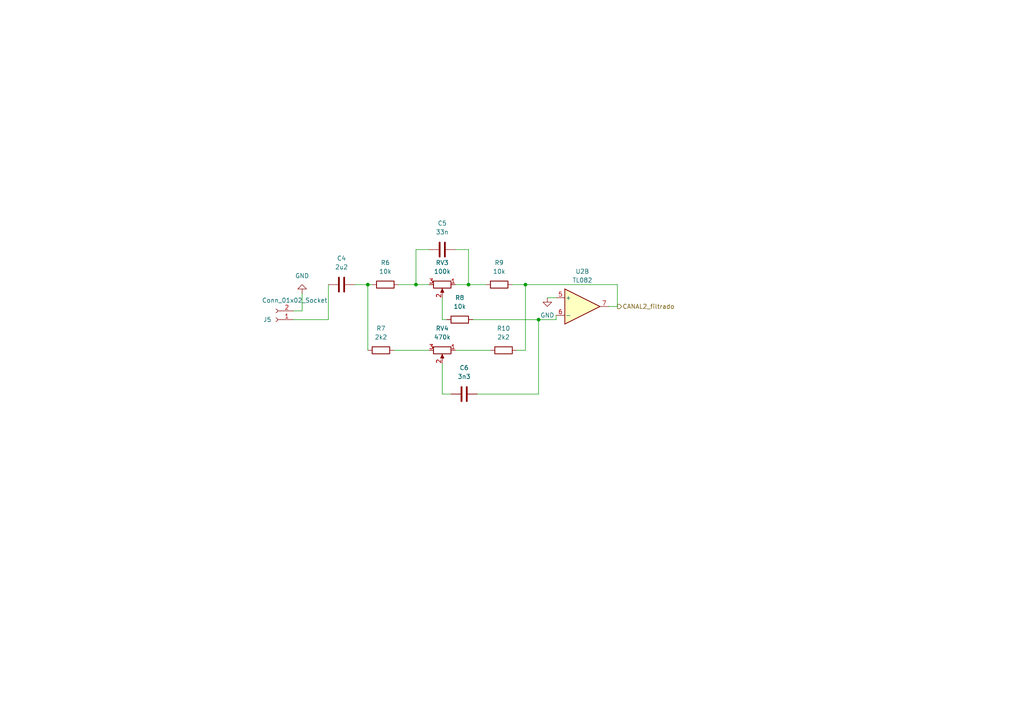
<source format=kicad_sch>
(kicad_sch (version 20231120) (generator "eeschema") (generator_version "8.0")
  (paper "A4")
  (lib_symbols
    (symbol "c:C" (pin_numbers hide) (pin_names (offset 0.254))
      (property "Reference" "C" (at 0.635 2.54 0))
      (property "Value" "C" (at 0.635 -2.54 0))
      (symbol "C_0_1"
        (polyline (pts (xy -2.032 -0.762) (xy 2.032 -0.762)) (stroke (width 0.508)))
        (polyline (pts (xy -2.032 0.762) (xy 2.032 0.762)) (stroke (width 0.508)))
      )
      (symbol "C_1_1"
        (pin passive line (at 0 3.81 270) (length 2.794) (name "~") (number "1"))
        (pin passive line (at 0 -3.81 90) (length 2.794) (name "~") (number "2"))
      )
    )
    (symbol "conn_01x02_socket:Conn_01x02_Socket" (pin_names (offset 1.016) hide)
      (property "Reference" "J" (at 0 2.54 0))
      (property "Value" "Conn_01x02_Socket" (at 0 -5.08 0))
      (symbol "Conn_01x02_Socket_1_1"
        (arc (start 0 -2.032) (mid -0.5058 -2.54) (end 0 -3.048) (stroke (width 0.1524)))
        (polyline (pts (xy -1.27 -2.54) (xy -0.508 -2.54)) (stroke (width 0.1524)))
        (polyline (pts (xy -1.27 0) (xy -0.508 0)) (stroke (width 0.1524)))
        (arc (start 0 0.508) (mid -0.5058 0) (end 0 -0.508) (stroke (width 0.1524)))
        (pin passive line (at -5.08 0 0) (length 3.81) (name "Pin_1") (number "1"))
        (pin passive line (at -5.08 -2.54 0) (length 3.81) (name "Pin_2") (number "2"))
      )
    )
    (symbol "power:GND" (power) (pin_numbers hide) (pin_names (offset 0) hide)
      (property "Value" "GND" (at 0 -3.81 0))
      (symbol "GND_0_1"
        (polyline (pts (xy 0 0) (xy 0 -1.27) (xy 1.27 -1.27) (xy 0 -2.54) (xy -1.27 -1.27) (xy 0 -1.27)))
      )
      (symbol "GND_1_1"
        (pin power_in line (at 0 0 270) (length 0) (name "~") (number "1"))
      )
    )
    (symbol "r:R" (pin_numbers hide) (pin_names (offset 0))
      (property "Reference" "R" (at 2.032 0 90))
      (property "Value" "R" (at 0 0 90))
      (symbol "R_0_1"
        (rectangle (start -1.016 -2.54) (end 1.016 2.54) (stroke (width 0.254)))
      )
      (symbol "R_1_1"
        (pin passive line (at 0 3.81 270) (length 1.27) (name "~") (number "1"))
        (pin passive line (at 0 -3.81 90) (length 1.27) (name "~") (number "2"))
      )
    )
    (symbol "r_potentiometer:R_Potentiometer" (pin_names (offset 1.016) hide)
      (property "Reference" "RV" (at -4.445 0 90))
      (property "Value" "R_Potentiometer" (at -2.54 0 90))
      (symbol "R_Potentiometer_0_1"
        (polyline (pts (xy 2.54 0) (xy 1.524 0)))
        (polyline (pts (xy 1.143 0) (xy 2.286 0.508) (xy 2.286 -0.508) (xy 1.143 0)) (fill (type outline)))
        (rectangle (start 1.016 2.54) (end -1.016 -2.54) (stroke (width 0.254)))
      )
      (symbol "R_Potentiometer_1_1"
        (pin passive line (at 0 3.81 270) (length 1.27) (name "1") (number "1"))
        (pin passive line (at 3.81 0 180) (length 1.27) (name "2") (number "2"))
        (pin passive line (at 0 -3.81 90) (length 1.27) (name "3") (number "3"))
      )
    )
    (symbol "tl082:TL082" (pin_names (offset 0.127))
      (property "Reference" "U" (at 0 5.08 0))
      (property "Value" "TL082" (at 0 -5.08 0))
      (symbol "TL082_1_1"
        (polyline (pts (xy -5.08 5.08) (xy 5.08 0) (xy -5.08 -5.08) (xy -5.08 5.08)) (stroke (width 0.254)) (fill (type background)))
        (pin output line (at 7.62 0 180) (length 2.54) (name "~") (number "1"))
        (pin input line (at -7.62 -2.54 0) (length 2.54) (name "-") (number "2"))
        (pin input line (at -7.62 2.54 0) (length 2.54) (name "+") (number "3"))
      )
      (symbol "TL082_2_1"
        (polyline (pts (xy -5.08 5.08) (xy 5.08 0) (xy -5.08 -5.08) (xy -5.08 5.08)) (stroke (width 0.254)) (fill (type background)))
        (pin input line (at -7.62 2.54 0) (length 2.54) (name "+") (number "5"))
        (pin input line (at -7.62 -2.54 0) (length 2.54) (name "-") (number "6"))
        (pin output line (at 7.62 0 180) (length 2.54) (name "~") (number "7"))
      )
      (symbol "TL082_3_1"
        (pin power_in line (at -2.54 -7.62 90) (length 3.81) (name "V-") (number "4"))
        (pin power_in line (at -2.54 7.62 270) (length 3.81) (name "V+") (number "8"))
      )
    )
  )
  (junction (at 135.89 82.55))
  (junction (at 156.21 92.71))
  (junction (at 120.65 82.55))
  (junction (at 152.4 82.55))
  (junction (at 106.68 82.55))
  (wire (pts (xy 137.16 92.71) (xy 156.21 92.71)))
  (wire (pts (xy 152.4 82.55) (xy 179.07 82.55)))
  (wire (pts (xy 135.89 72.39) (xy 135.89 82.55)))
  (wire (pts (xy 106.68 82.55) (xy 106.68 101.6)))
  (wire (pts (xy 149.86 101.6) (xy 152.4 101.6)))
  (wire (pts (xy 156.21 92.71) (xy 156.21 114.3)))
  (wire (pts (xy 158.75 86.36) (xy 161.29 86.36)))
  (wire (pts (xy 128.27 105.41) (xy 128.27 114.3)))
  (wire (pts (xy 85.09 90.17) (xy 87.63 90.17)))
  (wire (pts (xy 120.65 82.55) (xy 124.46 82.55)))
  (wire (pts (xy 132.08 72.39) (xy 135.89 72.39)))
  (wire (pts (xy 120.65 72.39) (xy 124.46 72.39)))
  (wire (pts (xy 179.07 88.9) (xy 176.53 88.9)))
  (wire (pts (xy 106.68 82.55) (xy 107.95 82.55)))
  (wire (pts (xy 132.08 82.55) (xy 135.89 82.55)))
  (wire (pts (xy 161.29 92.71) (xy 161.29 91.44)))
  (wire (pts (xy 138.43 114.3) (xy 156.21 114.3)))
  (wire (pts (xy 95.25 92.71) (xy 95.25 82.55)))
  (wire (pts (xy 135.89 82.55) (xy 140.97 82.55)))
  (wire (pts (xy 128.27 92.71) (xy 129.54 92.71)))
  (wire (pts (xy 128.27 86.36) (xy 128.27 92.71)))
  (wire (pts (xy 156.21 92.71) (xy 161.29 92.71)))
  (wire (pts (xy 102.87 82.55) (xy 106.68 82.55)))
  (wire (pts (xy 148.59 82.55) (xy 152.4 82.55)))
  (wire (pts (xy 132.08 101.6) (xy 142.24 101.6)))
  (wire (pts (xy 115.57 82.55) (xy 120.65 82.55)))
  (wire (pts (xy 114.3 101.6) (xy 124.46 101.6)))
  (wire (pts (xy 87.63 90.17) (xy 87.63 85.09)))
  (wire (pts (xy 120.65 82.55) (xy 120.65 72.39)))
  (wire (pts (xy 128.27 114.3) (xy 130.81 114.3)))
  (wire (pts (xy 85.09 92.71) (xy 95.25 92.71)))
  (wire (pts (xy 152.4 101.6) (xy 152.4 82.55)))
  (wire (pts (xy 179.07 82.55) (xy 179.07 88.9)))
  (hierarchical_label "CANAL2_filtrado" (shape output) (at 179.07 88.9 0))
  (symbol (lib_id "c:C") (at 128.27 72.39 90) (unit 1)
    (property "Reference" "C5" (at 128.27 64.77 90))
    (property "Value" "33n" (at 128.27 67.31 90))
    (property "Footprint" "huellas_mm:C_0805_2012Metric_Pad1.18x1.45mm_HandSolder" (effects (hide yes)))
    (property "Description" "Unpolarized capacitor" (effects (hide yes)))
  )
  (symbol (lib_id "c:C") (at 99.06 82.55 90) (unit 1)
    (property "Reference" "C4" (at 99.06 74.93 90))
    (property "Value" "2u2" (at 99.06 77.47 90))
    (property "Footprint" "huellas_mm:C_0805_2012Metric_Pad1.18x1.45mm_HandSolder" (effects (hide yes)))
    (property "Description" "Unpolarized capacitor" (effects (hide yes)))
  )
  (symbol (lib_id "power:GND") (at 158.75 86.36 0) (unit 1)
    (property "Reference" "#PWR03" (effects (hide yes)))
    (property "Value" "GND" (at 158.75 91.44 0))
    (property "Description" "Power symbol creates a global label with name \"GND\" , ground" (effects (hide yes)))
  )
  (symbol (lib_id "r:R") (at 146.05 101.6 90) (unit 1)
    (property "Reference" "R10" (at 146.05 95.25 90))
    (property "Value" "2k2" (at 146.05 97.79 90))
    (property "Footprint" "huellas_mm:R_0805_2012Metric_Pad1.20x1.40mm_HandSolder" (effects (hide yes)))
    (property "Description" "Resistor" (effects (hide yes)))
  )
  (symbol (lib_id "power:GND") (at 87.63 85.09 180) (unit 1)
    (property "Reference" "#PWR04" (effects (hide yes)))
    (property "Value" "GND" (at 87.63 80.01 0))
    (property "Description" "Power symbol creates a global label with name \"GND\" , ground" (effects (hide yes)))
  )
  (symbol (lib_id "tl082:TL082") (at 168.91 88.9 0) (unit 2)
    (property "Reference" "U2" (at 168.91 78.74 0))
    (property "Value" "TL082" (at 168.91 81.28 0))
    (property "Footprint" "huellas_mm:SOIC-8_3.9x4.9mm_P1.27mm" (effects (hide yes)))
    (property "Datasheet" "http://www.ti.com/lit/ds/symlink/tl081.pdf" (effects (hide yes)))
    (property "Description" "Dual JFET-Input Operational Amplifiers, DIP-8/SOIC-8/SSOP-8" (effects (hide yes)))
  )
  (symbol (lib_id "r_potentiometer:R_Potentiometer") (at 128.27 101.6 270) (unit 1)
    (property "Reference" "RV4" (at 128.27 95.25 90))
    (property "Value" "470k" (at 128.27 97.79 90))
    (property "Footprint" "huellas_mm:PinHeader_1x03_P2.54mm_Vertical" (effects (hide yes)))
    (property "Description" "Potentiometer" (effects (hide yes)))
  )
  (symbol (lib_id "c:C") (at 134.62 114.3 90) (unit 1)
    (property "Reference" "C6" (at 134.62 106.68 90))
    (property "Value" "3n3" (at 134.62 109.22 90))
    (property "Footprint" "huellas_mm:C_0805_2012Metric_Pad1.18x1.45mm_HandSolder" (effects (hide yes)))
    (property "Description" "Unpolarized capacitor" (effects (hide yes)))
  )
  (symbol (lib_id "r:R") (at 133.35 92.71 90) (unit 1)
    (property "Reference" "R8" (at 133.35 86.36 90))
    (property "Value" "10k" (at 133.35 88.9 90))
    (property "Footprint" "huellas_mm:R_0805_2012Metric_Pad1.20x1.40mm_HandSolder" (effects (hide yes)))
    (property "Description" "Resistor" (effects (hide yes)))
  )
  (symbol (lib_id "conn_01x02_socket:Conn_01x02_Socket") (at 80.01 92.71 180) (unit 1)
    (property "Reference" "J5" (at 78.74 92.7101 0) (effects (justify left)))
    (property "Value" "Conn_01x02_Socket" (at 94.996 87.122 0) (effects (justify left)))
    (property "Footprint" "huellas_mm:PinHeader_1x02_P2.54mm_Vertical" (effects (hide yes)))
    (property "Description" "Generic connector, single row, 01x02, script generated" (effects (hide yes)))
  )
  (symbol (lib_id "r:R") (at 144.78 82.55 90) (unit 1)
    (property "Reference" "R9" (at 144.78 76.2 90))
    (property "Value" "10k" (at 144.78 78.74 90))
    (property "Footprint" "huellas_mm:R_0805_2012Metric_Pad1.20x1.40mm_HandSolder" (effects (hide yes)))
    (property "Description" "Resistor" (effects (hide yes)))
  )
  (symbol (lib_id "r:R") (at 111.76 82.55 90) (unit 1)
    (property "Reference" "R6" (at 111.76 76.2 90))
    (property "Value" "10k" (at 111.76 78.74 90))
    (property "Footprint" "huellas_mm:R_0805_2012Metric_Pad1.20x1.40mm_HandSolder" (effects (hide yes)))
    (property "Description" "Resistor" (effects (hide yes)))
  )
  (symbol (lib_id "r:R") (at 110.49 101.6 90) (unit 1)
    (property "Reference" "R7" (at 110.49 95.25 90))
    (property "Value" "2k2" (at 110.49 97.79 90))
    (property "Footprint" "huellas_mm:R_0805_2012Metric_Pad1.20x1.40mm_HandSolder" (effects (hide yes)))
    (property "Description" "Resistor" (effects (hide yes)))
  )
  (symbol (lib_id "r_potentiometer:R_Potentiometer") (at 128.27 82.55 270) (unit 1)
    (property "Reference" "RV3" (at 128.27 76.2 90))
    (property "Value" "100k" (at 128.27 78.74 90))
    (property "Footprint" "huellas_mm:PinHeader_1x03_P2.54mm_Vertical" (effects (hide yes)))
    (property "Description" "Potentiometer" (effects (hide yes)))
  )
)
</source>
